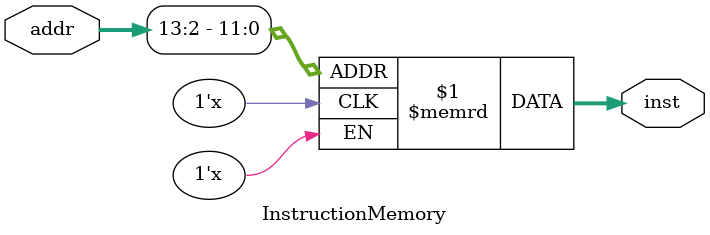
<source format=v>

`timescale 1ns/100ps


module InstructionMemory (
    input   [31:0]  addr,   // Read address (4 Giga btye)
    output  [31:0]  inst    // Instruction
);

localparam DEPTH = (1 << 12);

reg [31:0] mem [0:DEPTH-1];

assign inst = mem[addr[13:2]];

endmodule

</source>
